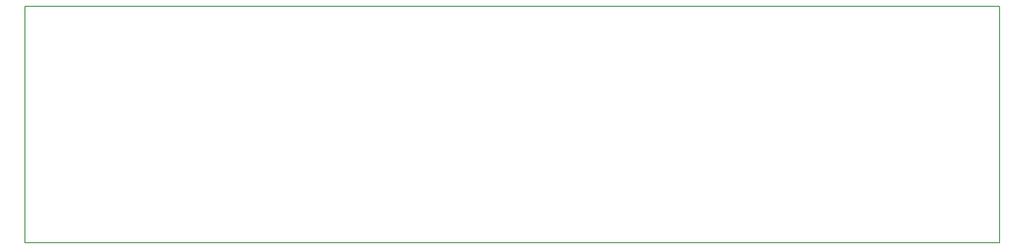
<source format=gm1>
G04 #@! TF.GenerationSoftware,KiCad,Pcbnew,no-vcs-found-7406~56~ubuntu16.10.1*
G04 #@! TF.CreationDate,2016-12-22T13:28:21+01:00*
G04 #@! TF.ProjectId,nixie-clock,6E697869652D636C6F636B2E6B696361,rev?*
G04 #@! TF.FileFunction,Profile,NP*
%FSLAX46Y46*%
G04 Gerber Fmt 4.6, Leading zero omitted, Abs format (unit mm)*
G04 Created by KiCad (PCBNEW no-vcs-found-7406~56~ubuntu16.10.1) date Thu Dec 22 13:28:21 2016*
%MOMM*%
%LPD*%
G01*
G04 APERTURE LIST*
%ADD10C,0.100000*%
%ADD11C,0.150000*%
G04 APERTURE END LIST*
D10*
D11*
X59588400Y-112166400D02*
X59588400Y-153263600D01*
X228320600Y-112166400D02*
X59588400Y-112166400D01*
X228320600Y-153263600D02*
X228320600Y-112166400D01*
X59588400Y-153263600D02*
X228320600Y-153263600D01*
M02*

</source>
